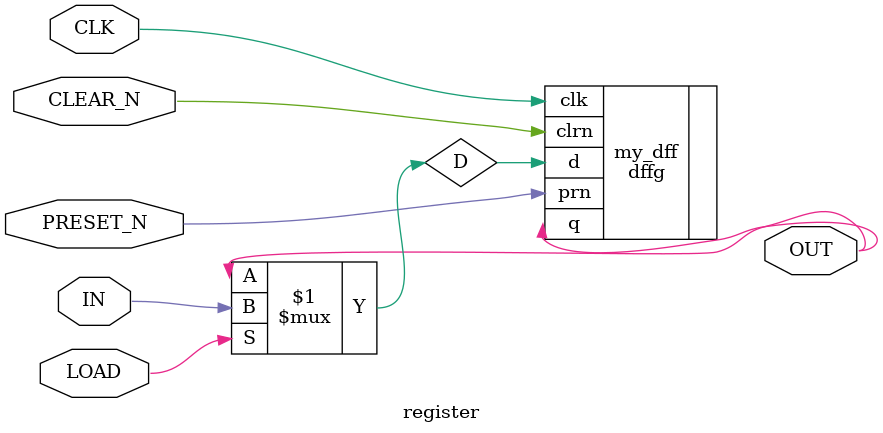
<source format=v>
module register(IN, LOAD, CLK, OUT, PRESET_N, CLEAR_N);
	input IN, LOAD, CLK, PRESET_N, CLEAR_N;
	output OUT;
	assign D = LOAD ? IN : OUT;
	dffg my_dff(.d(D), .clk(CLK), .prn(PRESET_N), .clrn(CLEAR_N), .q(OUT));
endmodule
</source>
